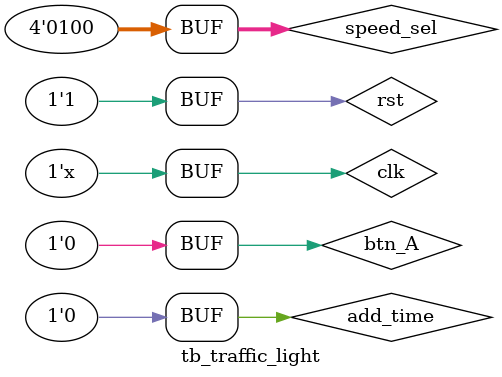
<source format=v>
`timescale 1ms / 1us


module tb_traffic_light();

reg clk, rst;
reg[3:0] speed_sel;
reg add_time;
reg btn_A;
wire S_W_GREEN, N_W_GREEN, W_W_GREEN, E_W_GREEN, S_W_RED, N_W_RED, W_W_RED, E_W_RED, 
     S_GREEN, N_GREEN, W_GREEN, E_GREEN, S_YELLOW, N_YELLOW, W_YELLOW, E_YELLOW,
     S_RED, N_RED, W_RED, E_RED, S_LEFT, N_LEFT, W_LEFT, E_LEFT;
wire LCD_E, LCD_RS, LCD_RW;
wire[7:0] LCD_DATA; 
     
traffic_light tb(clk, rst, S_W_GREEN, N_W_GREEN, W_W_GREEN, E_W_GREEN, S_W_RED, N_W_RED, W_W_RED, E_W_RED,
                 S_GREEN, N_GREEN, W_GREEN, E_GREEN, S_YELLOW, N_YELLOW, W_YELLOW, E_YELLOW, 
                 S_RED, N_RED, W_RED, E_RED, S_LEFT, N_LEFT, W_LEFT, E_LEFT,
                 LCD_E, LCD_RS, LCD_RW, LCD_DATA,
                 speed_sel, add_time,
                 btn_A);

initial begin
    clk <= 0; rst <= 0; speed_sel <= 4'b0000; add_time <= 0; btn_A <= 0; #0.05
    rst <= 1;
    #6e+3
    speed_sel <= 4'b0100;
end

always 
    #0.5 clk <= ~clk;

endmodule

</source>
